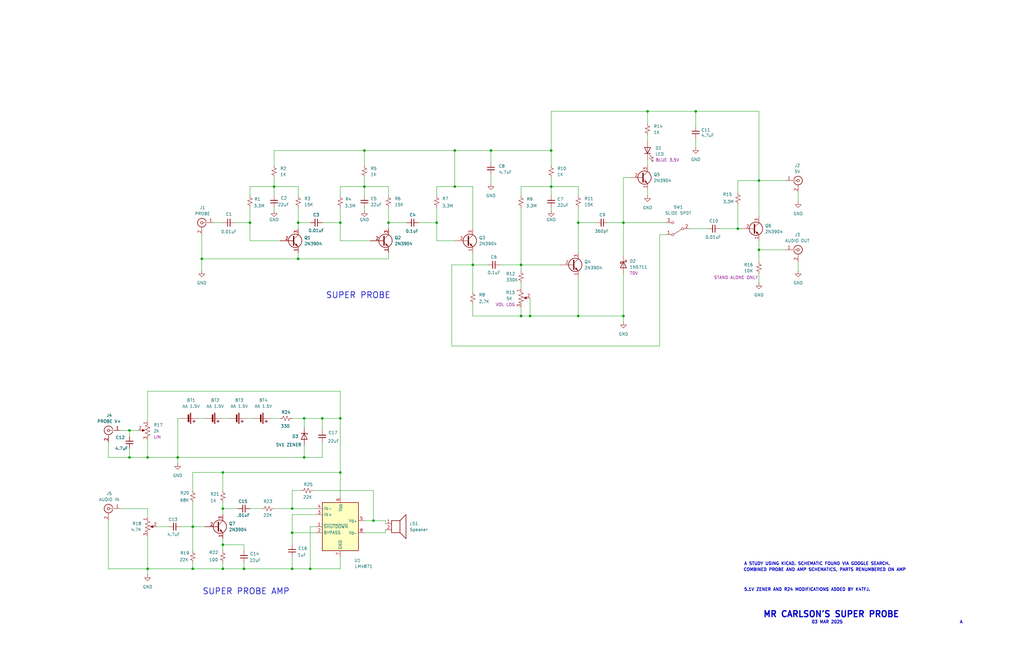
<source format=kicad_sch>
(kicad_sch (version 20231120) (generator "eeschema") (generator_version "8.0")
  (paper "B")
  (lib_symbols
    (symbol "Amplifier_Audio:TPA6203A1DGN"
      (property "Reference" "U" (at -7.62 11.43 0))
      (property "Value" "TPA6203A1DGN" (at 8.89 -11.43 0))
      (symbol "TPA6203A1DGN_0_1"
        (rectangle (start -7.62 10.16) (end 7.62 -10.16) (stroke (width 0.254)) (fill (type background)))
      )
      (symbol "TPA6203A1DGN_1_1"
        (pin input line (at -10.16 0 0) (length 2.54) (name "~{SHUTDOWN}") (number "1"))
        (pin input line (at -10.16 -2.54 0) (length 2.54) (name "BYPASS") (number "2"))
        (pin input line (at -10.16 5.08 0) (length 2.54) (name "IN+") (number "3"))
        (pin input line (at -10.16 7.62 0) (length 2.54) (name "IN-") (number "4"))
        (pin output line (at 10.16 2.54 180) (length 2.54) (name "V_{O+}") (number "5"))
        (pin power_in line (at 0 12.7 270) (length 2.54) (name "V_{DD}") (number "6"))
        (pin power_in line (at 0 -12.7 90) (length 2.54) (name "GND") (number "7"))
        (pin output line (at 10.16 -2.54 180) (length 2.54) (name "V_{O-}") (number "8"))
        (pin passive line (at 0 -12.7 90) (length 2.54) hide (name "GND") (number "9"))
      )
    )
    (symbol "Connector:Conn_Coaxial" (pin_names (offset 1.016) hide)
      (property "Reference" "J" (at 0.254 3.048 0))
      (property "Value" "Conn_Coaxial" (at 2.921 0 90))
      (symbol "Conn_Coaxial_0_1"
        (arc (start -1.778 -0.508) (mid 0.2311 -1.8066) (end 1.778 0) (stroke (width 0.254)))
        (polyline (pts (xy -2.54 0) (xy -0.508 0)))
        (polyline (pts (xy 0 -2.54) (xy 0 -1.778)))
        (circle (center 0 0) (radius 0.508) (stroke (width 0.2032)))
        (arc (start 1.778 0) (mid 0.2099 1.8101) (end -1.778 0.508) (stroke (width 0.254)))
      )
      (symbol "Conn_Coaxial_1_1"
        (pin passive line (at -5.08 0 0) (length 2.54) (name "In") (number "1"))
        (pin passive line (at 0 -5.08 90) (length 2.54) (name "Ext") (number "2"))
      )
    )
    (symbol "Device:Battery_Cell" (pin_numbers hide) (pin_names (offset 0) hide)
      (property "Reference" "BT" (at 2.54 2.54 0))
      (property "Value" "Battery_Cell" (at 2.54 0 0))
      (symbol "Battery_Cell_0_1"
        (rectangle (start -2.286 1.778) (end 2.286 1.524) (fill (type outline)))
        (rectangle (start -1.524 1.016) (end 1.524 0.508) (fill (type outline)))
        (polyline (pts (xy 0 0.762) (xy 0 0)))
        (polyline (pts (xy 0 1.778) (xy 0 2.54)))
        (polyline (pts (xy 0.762 3.048) (xy 1.778 3.048)) (stroke (width 0.254)))
        (polyline (pts (xy 1.27 3.556) (xy 1.27 2.54)) (stroke (width 0.254)))
      )
      (symbol "Battery_Cell_1_1"
        (pin passive line (at 0 5.08 270) (length 2.54) (name "+") (number "1"))
        (pin passive line (at 0 -2.54 90) (length 2.54) (name "-") (number "2"))
      )
    )
    (symbol "Device:C_Small" (pin_numbers hide) (pin_names (offset 0.254) hide)
      (property "Reference" "C" (at 0.254 1.778 0))
      (property "Value" "C_Small" (at 0.254 -2.032 0))
      (symbol "C_Small_0_1"
        (polyline (pts (xy -1.524 -0.508) (xy 1.524 -0.508)) (stroke (width 0.3302)))
        (polyline (pts (xy -1.524 0.508) (xy 1.524 0.508)) (stroke (width 0.3048)))
      )
      (symbol "C_Small_1_1"
        (pin passive line (at 0 2.54 270) (length 2.032) (name "~") (number "1"))
        (pin passive line (at 0 -2.54 90) (length 2.032) (name "~") (number "2"))
      )
    )
    (symbol "Device:LED" (pin_numbers hide) (pin_names (offset 1.016) hide)
      (property "Reference" "D" (at 0 2.54 0))
      (property "Value" "LED" (at 0 -2.54 0))
      (symbol "LED_0_1"
        (polyline (pts (xy -1.27 -1.27) (xy -1.27 1.27)) (stroke (width 0.254)))
        (polyline (pts (xy -1.27 0) (xy 1.27 0)))
        (polyline (pts (xy 1.27 -1.27) (xy 1.27 1.27) (xy -1.27 0) (xy 1.27 -1.27)) (stroke (width 0.254)))
        (polyline (pts (xy -3.048 -0.762) (xy -4.572 -2.286) (xy -3.81 -2.286) (xy -4.572 -2.286) (xy -4.572 -1.524)))
        (polyline (pts (xy -1.778 -0.762) (xy -3.302 -2.286) (xy -2.54 -2.286) (xy -3.302 -2.286) (xy -3.302 -1.524)))
      )
      (symbol "LED_1_1"
        (pin passive line (at -3.81 0 0) (length 2.54) (name "K") (number "1"))
        (pin passive line (at 3.81 0 180) (length 2.54) (name "A") (number "2"))
      )
    )
    (symbol "Device:R_Potentiometer_US" (pin_names (offset 1.016) hide)
      (property "Reference" "RV" (at -4.445 0 90))
      (property "Value" "R_Potentiometer_US" (at -2.54 0 90))
      (symbol "R_Potentiometer_US_0_1"
        (polyline (pts (xy 0 -2.286) (xy 0 -2.54)))
        (polyline (pts (xy 0 2.54) (xy 0 2.286)))
        (polyline (pts (xy 2.54 0) (xy 1.524 0)))
        (polyline (pts (xy 1.143 0) (xy 2.286 0.508) (xy 2.286 -0.508) (xy 1.143 0)) (fill (type outline)))
        (polyline (pts (xy 0 -0.762) (xy 1.016 -1.143) (xy 0 -1.524) (xy -1.016 -1.905) (xy 0 -2.286)))
        (polyline (pts (xy 0 0.762) (xy 1.016 0.381) (xy 0 0) (xy -1.016 -0.381) (xy 0 -0.762)))
        (polyline (pts (xy 0 2.286) (xy 1.016 1.905) (xy 0 1.524) (xy -1.016 1.143) (xy 0 0.762)))
      )
      (symbol "R_Potentiometer_US_1_1"
        (pin passive line (at 0 3.81 270) (length 1.27) (name "1") (number "1"))
        (pin passive line (at 3.81 0 180) (length 1.27) (name "2") (number "2"))
        (pin passive line (at 0 -3.81 90) (length 1.27) (name "3") (number "3"))
      )
    )
    (symbol "Device:R_Small_US" (pin_numbers hide) (pin_names (offset 0.254) hide)
      (property "Reference" "R" (at 0.762 0.508 0))
      (property "Value" "R_Small_US" (at 0.762 -1.016 0))
      (symbol "R_Small_US_1_1"
        (polyline (pts (xy 0 0) (xy 1.016 -0.381) (xy 0 -0.762) (xy -1.016 -1.143) (xy 0 -1.524)))
        (polyline (pts (xy 0 1.524) (xy 1.016 1.143) (xy 0 0.762) (xy -1.016 0.381) (xy 0 0)))
        (pin passive line (at 0 2.54 270) (length 1.016) (name "~") (number "1"))
        (pin passive line (at 0 -2.54 90) (length 1.016) (name "~") (number "2"))
      )
    )
    (symbol "Device:Speaker" (pin_names (offset 0) hide)
      (property "Reference" "LS" (at 1.27 5.715 0))
      (property "Value" "Speaker" (at 1.27 3.81 0))
      (symbol "Speaker_0_0"
        (rectangle (start -2.54 1.27) (end 1.016 -3.81) (stroke (width 0.254)))
        (polyline (pts (xy 1.016 1.27) (xy 3.556 3.81) (xy 3.556 -6.35) (xy 1.016 -3.81)) (stroke (width 0.254)))
      )
      (symbol "Speaker_1_1"
        (pin input line (at -5.08 0 0) (length 2.54) (name "1") (number "1"))
        (pin input line (at -5.08 -2.54 0) (length 2.54) (name "2") (number "2"))
      )
    )
    (symbol "Diode:1N5711" (pin_numbers hide) (pin_names (offset 1.016) hide)
      (property "Reference" "D" (at 0 2.54 0))
      (property "Value" "1N5711" (at 0 -2.54 0))
      (symbol "1N5711_0_1"
        (polyline (pts (xy 1.27 0) (xy -1.27 0)))
        (polyline (pts (xy 1.27 1.27) (xy 1.27 -1.27) (xy -1.27 0) (xy 1.27 1.27)) (stroke (width 0.254)))
        (polyline (pts (xy -1.905 0.635) (xy -1.905 1.27) (xy -1.27 1.27) (xy -1.27 -1.27) (xy -0.635 -1.27) (xy -0.635 -0.635)) (stroke (width 0.254)))
      )
      (symbol "1N5711_1_1"
        (pin passive line (at -3.81 0 0) (length 2.54) (name "K") (number "1"))
        (pin passive line (at 3.81 0 180) (length 2.54) (name "A") (number "2"))
      )
    )
    (symbol "Diode:BZV55B5V1" (pin_numbers hide) (pin_names hide)
      (property "Reference" "D" (at 0 2.54 0))
      (property "Value" "BZV55B5V1" (at 0 -2.54 0))
      (symbol "BZV55B5V1_0_1"
        (polyline (pts (xy 1.27 0) (xy -1.27 0)))
        (polyline (pts (xy -1.27 -1.27) (xy -1.27 1.27) (xy -0.762 1.27)) (stroke (width 0.254)))
        (polyline (pts (xy 1.27 -1.27) (xy 1.27 1.27) (xy -1.27 0) (xy 1.27 -1.27)) (stroke (width 0.254)))
      )
      (symbol "BZV55B5V1_1_1"
        (pin passive line (at -3.81 0 0) (length 2.54) (name "K") (number "1"))
        (pin passive line (at 3.81 0 180) (length 2.54) (name "A") (number "2"))
      )
    )
    (symbol "Switch:SW_SPDT" (pin_names (offset 0) hide)
      (property "Reference" "SW1" (at 0 -8.89 0))
      (property "Value" "SW_SPDT" (at 0 -6.35 0))
      (symbol "SW_SPDT_0_1"
        (circle (center -2.032 0) (radius 0.4572))
        (polyline (pts (xy -1.651 0.254) (xy 1.651 2.286)))
        (circle (center 2.032 -2.54) (radius 0.4572))
        (circle (center 2.032 2.54) (radius 0.4572))
      )
      (symbol "SW_SPDT_1_1"
        (pin passive line (at 5.08 2.54 180) (length 2.54) (name "A") (number "1"))
        (pin passive line (at -5.08 0 0) (length 2.54) (name "B") (number "2"))
        (pin passive line (at 5.08 -2.54 180) (length 2.54) (name "C") (number "3"))
      )
    )
    (symbol "Transistor_BJT:2N3904" (pin_names (offset 0) hide)
      (property "Reference" "Q" (at 5.08 1.905 0))
      (property "Value" "2N3904" (at 5.08 0 0))
      (symbol "2N3904_0_1"
        (polyline (pts (xy 0.635 0.635) (xy 2.54 2.54)))
        (polyline (pts (xy 0.635 -0.635) (xy 2.54 -2.54) (xy 2.54 -2.54)))
        (polyline (pts (xy 0.635 1.905) (xy 0.635 -1.905) (xy 0.635 -1.905)) (stroke (width 0.508)))
        (polyline (pts (xy 1.27 -1.778) (xy 1.778 -1.27) (xy 2.286 -2.286) (xy 1.27 -1.778) (xy 1.27 -1.778)) (fill (type outline)))
        (circle (center 1.27 0) (radius 2.8194) (stroke (width 0.254)))
      )
      (symbol "2N3904_1_1"
        (pin passive line (at 2.54 -5.08 90) (length 2.54) (name "E") (number "1"))
        (pin passive line (at -5.08 0 0) (length 5.715) (name "B") (number "2"))
        (pin passive line (at 2.54 5.08 270) (length 2.54) (name "C") (number "3"))
      )
    )
    (symbol "power:GND" (power) (pin_numbers hide) (pin_names (offset 0) hide)
      (property "Value" "GND" (at 0 -3.81 0))
      (symbol "GND_0_1"
        (polyline (pts (xy 0 0) (xy 0 -1.27) (xy 1.27 -1.27) (xy 0 -2.54) (xy -1.27 -1.27) (xy 0 -1.27)))
      )
      (symbol "GND_1_1"
        (pin power_in line (at 0 0 270) (length 0) (name "~") (number "1"))
      )
    )
  )
  (junction (at 143.51 93.98))
  (junction (at 85.09 109.22))
  (junction (at 135.89 176.53))
  (junction (at 207.01 63.5))
  (junction (at 128.27 176.53))
  (junction (at 232.41 78.74))
  (junction (at 130.81 240.03))
  (junction (at 105.41 93.98))
  (junction (at 219.71 111.76))
  (junction (at 93.98 214.63))
  (junction (at 74.93 193.04))
  (junction (at 184.15 93.98))
  (junction (at 293.37 46.99))
  (junction (at 320.04 76.2))
  (junction (at 311.15 96.52))
  (junction (at 219.71 133.35))
  (junction (at 123.19 214.63))
  (junction (at 102.87 240.03))
  (junction (at 81.28 222.25))
  (junction (at 223.52 133.35))
  (junction (at 157.48 219.71))
  (junction (at 243.84 93.98))
  (junction (at 143.51 199.39))
  (junction (at 273.05 46.99))
  (junction (at 54.61 181.61))
  (junction (at 62.23 240.03))
  (junction (at 243.84 133.35))
  (junction (at 232.41 63.5))
  (junction (at 115.57 78.74))
  (junction (at 163.83 93.98))
  (junction (at 199.39 111.76))
  (junction (at 81.28 240.03))
  (junction (at 320.04 105.41))
  (junction (at 191.77 63.5))
  (junction (at 123.19 240.03))
  (junction (at 143.51 176.53))
  (junction (at 128.27 193.04))
  (junction (at 262.89 133.35))
  (junction (at 125.73 109.22))
  (junction (at 93.98 229.87))
  (junction (at 93.98 199.39))
  (junction (at 123.19 224.79))
  (junction (at 54.61 193.04))
  (junction (at 153.67 63.5))
  (junction (at 93.98 240.03))
  (junction (at 191.77 78.74))
  (junction (at 125.73 93.98))
  (junction (at 62.23 193.04))
  (junction (at 153.67 78.74))
  (junction (at 262.89 93.98))
  (wire (pts (xy 320.04 76.2) (xy 320.04 46.99)))
  (wire (pts (xy 191.77 78.74) (xy 199.39 78.74)))
  (wire (pts (xy 153.67 69.85) (xy 153.67 63.5)))
  (wire (pts (xy 123.19 224.79) (xy 123.19 229.87)))
  (wire (pts (xy 133.35 222.25) (xy 130.81 222.25)))
  (wire (pts (xy 262.89 93.98) (xy 280.67 93.98)))
  (wire (pts (xy 232.41 63.5) (xy 207.01 63.5)))
  (wire (pts (xy 336.55 114.3) (xy 336.55 110.49)))
  (wire (pts (xy 76.2 176.53) (xy 74.93 176.53)))
  (wire (pts (xy 125.73 82.55) (xy 125.73 78.74)))
  (wire (pts (xy 93.98 229.87) (xy 93.98 232.41)))
  (wire (pts (xy 45.72 219.71) (xy 45.72 240.03)))
  (wire (pts (xy 153.67 224.79) (xy 162.56 224.79)))
  (wire (pts (xy 45.72 186.69) (xy 45.72 193.04)))
  (wire (pts (xy 163.83 82.55) (xy 163.83 78.74)))
  (wire (pts (xy 93.98 229.87) (xy 102.87 229.87)))
  (wire (pts (xy 184.15 101.6) (xy 184.15 93.98)))
  (wire (pts (xy 153.67 88.9) (xy 153.67 87.63)))
  (wire (pts (xy 62.23 240.03) (xy 62.23 242.57)))
  (wire (pts (xy 205.74 111.76) (xy 199.39 111.76)))
  (wire (pts (xy 273.05 46.99) (xy 273.05 52.07)))
  (wire (pts (xy 90.17 93.98) (xy 93.98 93.98)))
  (wire (pts (xy 273.05 67.31) (xy 273.05 69.85)))
  (wire (pts (xy 143.51 234.95) (xy 143.51 240.03)))
  (wire (pts (xy 102.87 237.49) (xy 102.87 240.03)))
  (wire (pts (xy 54.61 189.23) (xy 54.61 193.04)))
  (wire (pts (xy 153.67 78.74) (xy 153.67 82.55)))
  (wire (pts (xy 50.8 181.61) (xy 54.61 181.61)))
  (wire (pts (xy 219.71 82.55) (xy 219.71 78.74)))
  (wire (pts (xy 135.89 186.69) (xy 135.89 193.04)))
  (wire (pts (xy 62.23 226.06) (xy 62.23 240.03)))
  (wire (pts (xy 311.15 76.2) (xy 311.15 81.28)))
  (wire (pts (xy 232.41 78.74) (xy 232.41 82.55)))
  (wire (pts (xy 273.05 82.55) (xy 273.05 80.01)))
  (wire (pts (xy 293.37 58.42) (xy 293.37 62.23)))
  (wire (pts (xy 278.13 99.06) (xy 278.13 146.05)))
  (wire (pts (xy 105.41 87.63) (xy 105.41 93.98)))
  (wire (pts (xy 199.39 123.19) (xy 199.39 111.76)))
  (wire (pts (xy 81.28 222.25) (xy 86.36 222.25)))
  (wire (pts (xy 262.89 74.93) (xy 262.89 93.98)))
  (wire (pts (xy 123.19 207.01) (xy 123.19 214.63)))
  (wire (pts (xy 199.39 133.35) (xy 219.71 133.35)))
  (wire (pts (xy 96.52 176.53) (xy 93.98 176.53)))
  (wire (pts (xy 62.23 240.03) (xy 81.28 240.03)))
  (wire (pts (xy 62.23 193.04) (xy 74.93 193.04)))
  (wire (pts (xy 85.09 99.06) (xy 85.09 109.22)))
  (wire (pts (xy 123.19 217.17) (xy 133.35 217.17)))
  (wire (pts (xy 125.73 93.98) (xy 125.73 96.52)))
  (wire (pts (xy 184.15 87.63) (xy 184.15 93.98)))
  (wire (pts (xy 123.19 240.03) (xy 130.81 240.03)))
  (wire (pts (xy 62.23 193.04) (xy 54.61 193.04)))
  (wire (pts (xy 320.04 76.2) (xy 320.04 91.44)))
  (wire (pts (xy 143.51 87.63) (xy 143.51 93.98)))
  (wire (pts (xy 81.28 237.49) (xy 81.28 240.03)))
  (wire (pts (xy 128.27 187.96) (xy 128.27 193.04)))
  (wire (pts (xy 320.04 105.41) (xy 331.47 105.41)))
  (wire (pts (xy 85.09 109.22) (xy 85.09 114.3)))
  (wire (pts (xy 199.39 128.27) (xy 199.39 133.35)))
  (wire (pts (xy 162.56 224.79) (xy 162.56 223.52)))
  (wire (pts (xy 93.98 237.49) (xy 93.98 240.03)))
  (wire (pts (xy 123.19 214.63) (xy 133.35 214.63)))
  (wire (pts (xy 190.5 111.76) (xy 199.39 111.76)))
  (wire (pts (xy 54.61 181.61) (xy 54.61 184.15)))
  (wire (pts (xy 123.19 224.79) (xy 123.19 217.17)))
  (wire (pts (xy 105.41 93.98) (xy 105.41 101.6)))
  (wire (pts (xy 219.71 133.35) (xy 223.52 133.35)))
  (wire (pts (xy 207.01 73.66) (xy 207.01 77.47)))
  (wire (pts (xy 118.11 176.53) (xy 114.3 176.53)))
  (wire (pts (xy 219.71 114.3) (xy 219.71 111.76)))
  (wire (pts (xy 135.89 176.53) (xy 143.51 176.53)))
  (wire (pts (xy 162.56 219.71) (xy 162.56 220.98)))
  (wire (pts (xy 163.83 93.98) (xy 163.83 96.52)))
  (wire (pts (xy 130.81 222.25) (xy 130.81 240.03)))
  (wire (pts (xy 163.83 106.68) (xy 163.83 109.22)))
  (wire (pts (xy 93.98 214.63) (xy 100.33 214.63)))
  (wire (pts (xy 143.51 78.74) (xy 153.67 78.74)))
  (wire (pts (xy 45.72 240.03) (xy 62.23 240.03)))
  (wire (pts (xy 143.51 165.1) (xy 62.23 165.1)))
  (wire (pts (xy 123.19 234.95) (xy 123.19 240.03)))
  (wire (pts (xy 130.81 93.98) (xy 125.73 93.98)))
  (wire (pts (xy 71.12 222.25) (xy 66.04 222.25)))
  (wire (pts (xy 74.93 193.04) (xy 74.93 195.58)))
  (wire (pts (xy 210.82 111.76) (xy 219.71 111.76)))
  (wire (pts (xy 54.61 181.61) (xy 58.42 181.61)))
  (wire (pts (xy 278.13 146.05) (xy 190.5 146.05)))
  (wire (pts (xy 123.19 176.53) (xy 128.27 176.53)))
  (wire (pts (xy 115.57 78.74) (xy 115.57 82.55)))
  (wire (pts (xy 143.51 240.03) (xy 130.81 240.03)))
  (wire (pts (xy 311.15 96.52) (xy 303.53 96.52)))
  (wire (pts (xy 171.45 93.98) (xy 163.83 93.98)))
  (wire (pts (xy 153.67 219.71) (xy 157.48 219.71)))
  (wire (pts (xy 115.57 74.93) (xy 115.57 78.74)))
  (wire (pts (xy 243.84 116.84) (xy 243.84 133.35)))
  (wire (pts (xy 184.15 78.74) (xy 191.77 78.74)))
  (wire (pts (xy 184.15 82.55) (xy 184.15 78.74)))
  (wire (pts (xy 135.89 93.98) (xy 143.51 93.98)))
  (wire (pts (xy 86.36 176.53) (xy 83.82 176.53)))
  (wire (pts (xy 223.52 125.73) (xy 223.52 133.35)))
  (wire (pts (xy 74.93 176.53) (xy 74.93 193.04)))
  (wire (pts (xy 85.09 109.22) (xy 125.73 109.22)))
  (wire (pts (xy 273.05 46.99) (xy 232.41 46.99)))
  (wire (pts (xy 106.68 176.53) (xy 104.14 176.53)))
  (wire (pts (xy 102.87 232.41) (xy 102.87 229.87)))
  (wire (pts (xy 190.5 146.05) (xy 190.5 111.76)))
  (wire (pts (xy 123.19 224.79) (xy 133.35 224.79)))
  (wire (pts (xy 219.71 133.35) (xy 219.71 129.54)))
  (wire (pts (xy 105.41 82.55) (xy 105.41 78.74)))
  (wire (pts (xy 143.51 165.1) (xy 143.51 176.53)))
  (wire (pts (xy 157.48 207.01) (xy 157.48 219.71)))
  (wire (pts (xy 143.51 209.55) (xy 143.51 199.39)))
  (wire (pts (xy 232.41 74.93) (xy 232.41 78.74)))
  (wire (pts (xy 135.89 181.61) (xy 135.89 176.53)))
  (wire (pts (xy 143.51 176.53) (xy 143.51 199.39)))
  (wire (pts (xy 127 207.01) (xy 123.19 207.01)))
  (wire (pts (xy 81.28 240.03) (xy 93.98 240.03)))
  (wire (pts (xy 336.55 85.09) (xy 336.55 81.28)))
  (wire (pts (xy 93.98 212.09) (xy 93.98 214.63)))
  (wire (pts (xy 135.89 193.04) (xy 128.27 193.04)))
  (wire (pts (xy 125.73 109.22) (xy 125.73 106.68)))
  (wire (pts (xy 243.84 93.98) (xy 243.84 106.68)))
  (wire (pts (xy 320.04 76.2) (xy 331.47 76.2)))
  (wire (pts (xy 153.67 63.5) (xy 191.77 63.5)))
  (wire (pts (xy 199.39 78.74) (xy 199.39 96.52)))
  (wire (pts (xy 115.57 69.85) (xy 115.57 63.5)))
  (wire (pts (xy 115.57 88.9) (xy 115.57 87.63)))
  (wire (pts (xy 298.45 96.52) (xy 290.83 96.52)))
  (wire (pts (xy 45.72 193.04) (xy 54.61 193.04)))
  (wire (pts (xy 312.42 96.52) (xy 311.15 96.52)))
  (wire (pts (xy 184.15 101.6) (xy 191.77 101.6)))
  (wire (pts (xy 163.83 87.63) (xy 163.83 93.98)))
  (wire (pts (xy 293.37 53.34) (xy 293.37 46.99)))
  (wire (pts (xy 273.05 57.15) (xy 273.05 59.69)))
  (wire (pts (xy 320.04 76.2) (xy 311.15 76.2)))
  (wire (pts (xy 143.51 101.6) (xy 156.21 101.6)))
  (wire (pts (xy 311.15 86.36) (xy 311.15 96.52)))
  (wire (pts (xy 93.98 227.33) (xy 93.98 229.87)))
  (wire (pts (xy 243.84 82.55) (xy 243.84 78.74)))
  (wire (pts (xy 320.04 101.6) (xy 320.04 105.41)))
  (wire (pts (xy 191.77 63.5) (xy 191.77 78.74)))
  (wire (pts (xy 115.57 63.5) (xy 153.67 63.5)))
  (wire (pts (xy 62.23 165.1) (xy 62.23 177.8)))
  (wire (pts (xy 262.89 133.35) (xy 243.84 133.35)))
  (wire (pts (xy 320.04 105.41) (xy 320.04 110.49)))
  (wire (pts (xy 262.89 135.89) (xy 262.89 133.35)))
  (wire (pts (xy 293.37 46.99) (xy 273.05 46.99)))
  (wire (pts (xy 219.71 87.63) (xy 219.71 111.76)))
  (wire (pts (xy 128.27 176.53) (xy 135.89 176.53)))
  (wire (pts (xy 132.08 207.01) (xy 157.48 207.01)))
  (wire (pts (xy 115.57 214.63) (xy 123.19 214.63)))
  (wire (pts (xy 219.71 78.74) (xy 232.41 78.74)))
  (wire (pts (xy 81.28 199.39) (xy 93.98 199.39)))
  (wire (pts (xy 81.28 207.01) (xy 81.28 199.39)))
  (wire (pts (xy 93.98 214.63) (xy 93.98 217.17)))
  (wire (pts (xy 143.51 199.39) (xy 93.98 199.39)))
  (wire (pts (xy 320.04 119.38) (xy 320.04 115.57)))
  (wire (pts (xy 232.41 88.9) (xy 232.41 87.63)))
  (wire (pts (xy 76.2 222.25) (xy 81.28 222.25)))
  (wire (pts (xy 207.01 68.58) (xy 207.01 63.5)))
  (wire (pts (xy 143.51 82.55) (xy 143.51 78.74)))
  (wire (pts (xy 153.67 78.74) (xy 163.83 78.74)))
  (wire (pts (xy 243.84 87.63) (xy 243.84 93.98)))
  (wire (pts (xy 219.71 111.76) (xy 236.22 111.76)))
  (wire (pts (xy 232.41 46.99) (xy 232.41 63.5)))
  (wire (pts (xy 128.27 176.53) (xy 128.27 180.34)))
  (wire (pts (xy 256.54 93.98) (xy 262.89 93.98)))
  (wire (pts (xy 219.71 121.92) (xy 219.71 119.38)))
  (wire (pts (xy 153.67 74.93) (xy 153.67 78.74)))
  (wire (pts (xy 125.73 87.63) (xy 125.73 93.98)))
  (wire (pts (xy 50.8 214.63) (xy 62.23 214.63)))
  (wire (pts (xy 105.41 214.63) (xy 110.49 214.63)))
  (wire (pts (xy 199.39 106.68) (xy 199.39 111.76)))
  (wire (pts (xy 125.73 109.22) (xy 163.83 109.22)))
  (wire (pts (xy 81.28 222.25) (xy 81.28 232.41)))
  (wire (pts (xy 62.23 214.63) (xy 62.23 218.44)))
  (wire (pts (xy 232.41 69.85) (xy 232.41 63.5)))
  (wire (pts (xy 157.48 219.71) (xy 162.56 219.71)))
  (wire (pts (xy 262.89 93.98) (xy 262.89 107.95)))
  (wire (pts (xy 207.01 63.5) (xy 191.77 63.5)))
  (wire (pts (xy 105.41 78.74) (xy 115.57 78.74)))
  (wire (pts (xy 143.51 93.98) (xy 143.51 101.6)))
  (wire (pts (xy 123.19 240.03) (xy 102.87 240.03)))
  (wire (pts (xy 105.41 101.6) (xy 118.11 101.6)))
  (wire (pts (xy 176.53 93.98) (xy 184.15 93.98)))
  (wire (pts (xy 102.87 240.03) (xy 93.98 240.03)))
  (wire (pts (xy 262.89 74.93) (xy 265.43 74.93)))
  (wire (pts (xy 81.28 212.09) (xy 81.28 222.25)))
  (wire (pts (xy 223.52 133.35) (xy 243.84 133.35)))
  (wire (pts (xy 93.98 199.39) (xy 93.98 207.01)))
  (wire (pts (xy 293.37 46.99) (xy 320.04 46.99)))
  (wire (pts (xy 99.06 93.98) (xy 105.41 93.98)))
  (wire (pts (xy 128.27 193.04) (xy 74.93 193.04)))
  (wire (pts (xy 251.46 93.98) (xy 243.84 93.98)))
  (wire (pts (xy 62.23 185.42) (xy 62.23 193.04)))
  (wire (pts (xy 280.67 99.06) (xy 278.13 99.06)))
  (wire (pts (xy 232.41 78.74) (xy 243.84 78.74)))
  (wire (pts (xy 115.57 78.74) (xy 125.73 78.74)))
  (wire (pts (xy 262.89 115.57) (xy 262.89 133.35)))
  (text "A STUDY USING KICAD. SCHEMATIC FOUND VIA GOOGLE SEARCH." (at 313.69 237.998 0) (effects (font (size 1.27 1.27) (thickness 0.254) (bold yes)) (justify left)))
  (text "COMBINED PROBE AND AMP SCHEMATICS, PARTS RENUMBERED ON AMP" (at 313.436 240.538 0) (effects (font (size 1.27 1.27) (thickness 0.254) (bold yes)) (justify left)))
  (text "SUPER PROBE AMP" (at 85.344 249.682 0) (effects (font (size 2.54 2.54) (thickness 0.254) (bold yes)) (justify left)))
  (text "A\n" (at 404.622 262.636 0) (effects (font (size 1.27 1.27) (thickness 0.254) (bold yes)) (justify left)))
  (text "5.1V ZENER AND R24 MODIFICATIONS ADDED BY K4TFJ.\n" (at 313.69 248.92 0) (effects (font (size 1.27 1.27) (thickness 0.254) (bold yes)) (justify left)))
  (text "SUPER PROBE" (at 137.414 124.714 0) (effects (font (size 2.54 2.54) (thickness 0.254) (bold yes)) (justify left)))
  (text "03 MAR 2025" (at 342.138 262.636 0) (effects (font (size 1.27 1.27) (thickness 0.254) (bold yes)) (justify left)))
  (text "MR CARLSON'S SUPER PROBE" (at 350.52 259.334 0) (effects (font (size 2.54 2.54) (thickness 0.508) (bold yes))))
  (symbol (lib_id "Transistor_BJT:2N3904") (at 196.85 101.6 0) (unit 1)
    (property "Reference" "Q3" (at 201.93 100.3299 0) (effects (justify left)))
    (property "Value" "2N3904" (at 201.93 102.8699 0) (effects (justify left)))
    (property "Footprint" "Package_TO_SOT_THT:TO-92_Inline" (effects (hide yes)))
    (property "Datasheet" "https://www.onsemi.com/pub/Collateral/2N3903-D.PDF" (effects (hide yes)))
    (property "Description" "0.2A Ic, 40V Vce, Small Signal NPN Transistor, TO-92" (effects (hide yes)))
  )
  (symbol (lib_id "Device:R_Small_US") (at 219.71 85.09 0) (unit 1)
    (property "Reference" "R9" (at 221.996 84.074 0) (effects (justify left)))
    (property "Value" "3.3M" (at 221.742 86.868 0) (effects (justify left)))
    (property "Description" "Resistor, small US symbol" (effects (hide yes)))
  )
  (symbol (lib_id "Amplifier_Audio:TPA6203A1DGN") (at 143.51 222.25 0) (unit 1)
    (property "Reference" "U1" (at 149.352 236.474 0) (effects (justify left)))
    (property "Value" "LM4871" (at 149.606 239.014 0) (effects (justify left)))
    (property "Footprint" "Package_SO:MSOP-8-1EP_3x3mm_P0.65mm_EP1.95x2.15mm_ThermalVias" (effects (hide yes)))
    (property "Datasheet" "https://www.ti.com/lit/ds/symlink/tpa6203a1.pdf" (effects (hide yes)))
    (property "Description" "1.25W, Mono, Differential Audio Amplifier, MSOP-8" (effects (hide yes)))
  )
  (symbol (lib_id "Transistor_BJT:2N3904") (at 91.44 222.25 0) (unit 1)
    (property "Reference" "Q7" (at 96.52 220.9799 0) (effects (justify left)))
    (property "Value" "2N3904" (at 96.52 223.5199 0) (effects (justify left)))
    (property "Footprint" "Package_TO_SOT_THT:TO-92_Inline" (effects (hide yes)))
    (property "Datasheet" "https://www.onsemi.com/pub/Collateral/2N3903-D.PDF" (effects (hide yes)))
    (property "Description" "0.2A Ic, 40V Vce, Small Signal NPN Transistor, TO-92" (effects (hide yes)))
  )
  (symbol (lib_id "Device:R_Potentiometer_US") (at 62.23 222.25 0) (unit 1)
    (property "Reference" "R18" (at 59.69 220.9799 0) (effects (justify right)))
    (property "Value" "4.7K" (at 59.69 223.5199 0) (effects (justify right)))
    (property "Description" "Potentiometer, US symbol" (effects (hide yes)))
  )
  (symbol (lib_id "Transistor_BJT:2N3904") (at 123.19 101.6 0) (unit 1)
    (property "Reference" "Q1" (at 128.27 100.3299 0) (effects (justify left)))
    (property "Value" "2N3904" (at 128.27 102.8699 0) (effects (justify left)))
    (property "Footprint" "Package_TO_SOT_THT:TO-92_Inline" (effects (hide yes)))
    (property "Datasheet" "https://www.onsemi.com/pub/Collateral/2N3903-D.PDF" (effects (hide yes)))
    (property "Description" "0.2A Ic, 40V Vce, Small Signal NPN Transistor, TO-92" (effects (hide yes)))
  )
  (symbol (lib_id "Device:R_Small_US") (at 199.39 125.73 0) (unit 1)
    (property "Reference" "R8" (at 201.93 124.46 0) (effects (justify left)))
    (property "Value" "2.7K" (at 201.93 127.254 0) (effects (justify left)))
    (property "Description" "Resistor, small US symbol" (effects (hide yes)))
  )
  (symbol (lib_id "Device:C_Small") (at 96.52 93.98 90) (unit 1)
    (property "Reference" "C1" (at 96.52 90.424 90))
    (property "Value" "0.01uF" (at 96.52 97.79 90))
    (property "Description" "Unpolarized capacitor, small symbol" (effects (hide yes)))
  )
  (symbol (lib_id "Device:R_Small_US") (at 113.03 214.63 270) (unit 1)
    (property "Reference" "R23" (at 110.998 211.582 90) (effects (justify left)))
    (property "Value" "22K" (at 110.998 217.424 90) (effects (justify left)))
    (property "Description" "Resistor, small US symbol" (effects (hide yes)))
  )
  (symbol (lib_id "Connector:Conn_Coaxial") (at 336.55 105.41 0) (unit 1)
    (property "Reference" "J3" (at 336.2326 99.06 0))
    (property "Value" "AUDIO OUT" (at 336.2326 101.6 0))
    (property "Description" "coaxial connector (BNC, SMA, SMB, SMC, Cinch/RCA, LEMO, ...)" (effects (hide yes)))
  )
  (symbol (lib_id "power:GND") (at 207.01 77.47 0) (unit 1)
    (property "Reference" "#PWR06" (effects (hide yes)))
    (property "Value" "GND" (at 207.01 82.55 0))
    (property "Description" "Power symbol creates a global label with name \"GND\" , ground" (effects (hide yes)))
  )
  (symbol (lib_id "Transistor_BJT:2N3904") (at 317.5 96.52 0) (unit 1)
    (property "Reference" "Q6" (at 322.58 95.2499 0) (effects (justify left)))
    (property "Value" "2N3904" (at 322.58 97.7899 0) (effects (justify left)))
    (property "Footprint" "Package_TO_SOT_THT:TO-92_Inline" (effects (hide yes)))
    (property "Datasheet" "https://www.onsemi.com/pub/Collateral/2N3903-D.PDF" (effects (hide yes)))
    (property "Description" "0.2A Ic, 40V Vce, Small Signal NPN Transistor, TO-92" (effects (hide yes)))
  )
  (symbol (lib_id "Diode:BZV55B5V1") (at 128.27 184.15 270) (unit 1)
    (property "Reference" "D3" (at 123.19 184.15 90) (effects (justify left)))
    (property "Value" "5V1 ZENER" (at 116.332 187.706 90) (effects (justify left)))
    (property "Footprint" "Diode_SMD:D_MiniMELF" (effects (hide yes)))
    (property "Datasheet" "https://assets.nexperia.com/documents/data-sheet/BZV55_SER.pdf" (effects (hide yes)))
    (property "Description" "5.1V, 500mW, 2%, Zener diode, MiniMELF" (effects (hide yes)))
  )
  (symbol (lib_id "Device:C_Small") (at 115.57 85.09 180) (unit 1)
    (property "Reference" "C2" (at 118.364 83.566 0) (effects (justify right)))
    (property "Value" "22uF" (at 117.094 86.36 0) (effects (justify right)))
    (property "Description" "Unpolarized capacitor, small symbol" (effects (hide yes)))
  )
  (symbol (lib_id "Device:C_Small") (at 208.28 111.76 270) (unit 1)
    (property "Reference" "C6" (at 208.28 108.458 90))
    (property "Value" "0.1uF" (at 208.28 115.062 90))
    (property "Description" "Unpolarized capacitor, small symbol" (effects (hide yes)))
  )
  (symbol (lib_id "Device:Battery_Cell") (at 109.22 176.53 270) (unit 1)
    (property "Reference" "BT4" (at 111.0615 168.91 90))
    (property "Value" "AA 1.5V" (at 111.0615 171.45 90))
    (property "Description" "Single-cell battery" (effects (hide yes)))
  )
  (symbol (lib_id "Device:R_Small_US") (at 93.98 234.95 0) (unit 1)
    (property "Reference" "R22" (at 88.138 233.172 0) (effects (justify left)))
    (property "Value" "100" (at 88.138 236.22 0) (effects (justify left)))
    (property "Description" "Resistor, small US symbol" (effects (hide yes)))
  )
  (symbol (lib_id "power:GND") (at 273.05 82.55 0) (unit 1)
    (property "Reference" "#PWR012" (effects (hide yes)))
    (property "Value" "GND" (at 273.05 87.63 0))
    (property "Description" "Power symbol creates a global label with name \"GND\" , ground" (effects (hide yes)))
  )
  (symbol (lib_id "Device:C_Small") (at 102.87 214.63 270) (unit 1)
    (property "Reference" "C15" (at 104.394 211.582 90) (effects (justify right)))
    (property "Value" ".01uF" (at 105.41 217.424 90) (effects (justify right)))
    (property "Description" "Unpolarized capacitor, small symbol" (effects (hide yes)))
  )
  (symbol (lib_id "Transistor_BJT:2N3904") (at 241.3 111.76 0) (unit 1)
    (property "Reference" "Q4" (at 246.38 110.4899 0) (effects (justify left)))
    (property "Value" "2N3904" (at 246.38 113.0299 0) (effects (justify left)))
    (property "Footprint" "Package_TO_SOT_THT:TO-92_Inline" (effects (hide yes)))
    (property "Datasheet" "https://www.onsemi.com/pub/Collateral/2N3903-D.PDF" (effects (hide yes)))
    (property "Description" "0.2A Ic, 40V Vce, Small Signal NPN Transistor, TO-92" (effects (hide yes)))
  )
  (symbol (lib_id "Device:R_Small_US") (at 320.04 113.03 0) (unit 1)
    (property "Reference" "R16" (at 313.69 111.76 0) (effects (justify left)))
    (property "Value" "10K" (at 313.69 114.3 0) (effects (justify left)))
    (property "Description" "Resistor, small US symbol" (effects (hide yes)))
    (property "Field5" "STAND ALONE ONLY" (at 310.388 117.094 0))
  )
  (symbol (lib_id "power:GND") (at 320.04 119.38 0) (unit 1)
    (property "Reference" "#PWR013" (effects (hide yes)))
    (property "Value" "GND" (at 320.04 124.46 0))
    (property "Description" "Power symbol creates a global label with name \"GND\" , ground" (effects (hide yes)))
  )
  (symbol (lib_id "Device:C_Small") (at 153.67 85.09 180) (unit 1)
    (property "Reference" "C5" (at 156.21 83.82 0) (effects (justify right)))
    (property "Value" "22uF" (at 156.21 86.36 0) (effects (justify right)))
    (property "Description" "Unpolarized capacitor, small symbol" (effects (hide yes)))
  )
  (symbol (lib_id "Device:R_Small_US") (at 105.41 85.09 0) (unit 1)
    (property "Reference" "R1" (at 107.188 84.074 0) (effects (justify left)))
    (property "Value" "3.3M" (at 106.934 86.868 0) (effects (justify left)))
    (property "Description" "Resistor, small US symbol" (effects (hide yes)))
  )
  (symbol (lib_id "Device:R_Small_US") (at 153.67 72.39 0) (unit 1)
    (property "Reference" "R5" (at 156.21 71.1199 0) (effects (justify left)))
    (property "Value" "1K" (at 156.21 73.6599 0) (effects (justify left)))
    (property "Description" "Resistor, small US symbol" (effects (hide yes)))
  )
  (symbol (lib_id "power:GND") (at 262.89 135.89 0) (unit 1)
    (property "Reference" "#PWR09" (effects (hide yes)))
    (property "Value" "GND" (at 262.89 140.97 0))
    (property "Description" "Power symbol creates a global label with name \"GND\" , ground" (effects (hide yes)))
  )
  (symbol (lib_id "Device:R_Small_US") (at 143.51 85.09 0) (unit 1)
    (property "Reference" "R4" (at 145.542 84.074 0) (effects (justify left)))
    (property "Value" "3.3M" (at 145.288 86.868 0) (effects (justify left)))
    (property "Description" "Resistor, small US symbol" (effects (hide yes)))
  )
  (symbol (lib_id "Device:R_Small_US") (at 115.57 72.39 0) (unit 1)
    (property "Reference" "R2" (at 118.11 71.1199 0) (effects (justify left)))
    (property "Value" "1K" (at 118.11 73.6599 0) (effects (justify left)))
    (property "Description" "Resistor, small US symbol" (effects (hide yes)))
  )
  (symbol (lib_id "power:GND") (at 336.55 114.3 0) (unit 1)
    (property "Reference" "#PWR04" (effects (hide yes)))
    (property "Value" "GND" (at 336.55 119.38 0))
    (property "Description" "Power symbol creates a global label with name \"GND\" , ground" (effects (hide yes)))
  )
  (symbol (lib_id "Connector:Conn_Coaxial") (at 45.72 181.61 0) (mirror y) (unit 1)
    (property "Reference" "J4" (at 46.0374 175.26 0))
    (property "Value" "PROBE V+" (at 46.0374 177.8 0))
    (property "Description" "coaxial connector (BNC, SMA, SMB, SMC, Cinch/RCA, LEMO, ...)" (effects (hide yes)))
  )
  (symbol (lib_id "Device:C_Small") (at 232.41 85.09 180) (unit 1)
    (property "Reference" "C7" (at 234.95 84.074 0) (effects (justify right)))
    (property "Value" "22uF" (at 234.95 86.614 0) (effects (justify right)))
    (property "Description" "Unpolarized capacitor, small symbol" (effects (hide yes)))
  )
  (symbol (lib_id "Device:Battery_Cell") (at 99.06 176.53 270) (unit 1)
    (property "Reference" "BT3" (at 100.9015 168.91 90))
    (property "Value" "AA 1.5V" (at 100.9015 171.45 90))
    (property "Description" "Single-cell battery" (effects (hide yes)))
  )
  (symbol (lib_id "Device:R_Small_US") (at 120.65 176.53 270) (unit 1)
    (property "Reference" "R24" (at 118.618 173.99 90) (effects (justify left)))
    (property "Value" "330" (at 118.364 179.832 90) (effects (justify left)))
    (property "Description" "Resistor, small US symbol" (effects (hide yes)))
  )
  (symbol (lib_id "Transistor_BJT:2N3904") (at 270.51 74.93 0) (unit 1)
    (property "Reference" "Q5" (at 275.59 73.6599 0) (effects (justify left)))
    (property "Value" "2N3904" (at 275.59 76.1999 0) (effects (justify left)))
    (property "Footprint" "Package_TO_SOT_THT:TO-92_Inline" (effects (hide yes)))
    (property "Datasheet" "https://www.onsemi.com/pub/Collateral/2N3903-D.PDF" (effects (hide yes)))
    (property "Description" "0.2A Ic, 40V Vce, Small Signal NPN Transistor, TO-92" (effects (hide yes)))
  )
  (symbol (lib_id "Device:R_Small_US") (at 93.98 209.55 0) (unit 1)
    (property "Reference" "R21" (at 88.646 208.534 0) (effects (justify left)))
    (property "Value" "1K" (at 88.646 211.328 0) (effects (justify left)))
    (property "Description" "Resistor, small US symbol" (effects (hide yes)))
  )
  (symbol (lib_id "Device:R_Small_US") (at 232.41 72.39 0) (unit 1)
    (property "Reference" "R10" (at 234.95 71.1199 0) (effects (justify left)))
    (property "Value" "1K" (at 234.95 73.6599 0) (effects (justify left)))
    (property "Description" "Resistor, small US symbol" (effects (hide yes)))
  )
  (symbol (lib_id "Device:C_Small") (at 102.87 234.95 180) (unit 1)
    (property "Reference" "C14" (at 105.41 233.68 0) (effects (justify right)))
    (property "Value" "22uF" (at 105.156 236.474 0) (effects (justify right)))
    (property "Description" "Unpolarized capacitor, small symbol" (effects (hide yes)))
  )
  (symbol (lib_id "Device:Battery_Cell") (at 78.74 176.53 270) (unit 1)
    (property "Reference" "BT1" (at 80.5815 168.91 90))
    (property "Value" "AA 1.5V" (at 80.5815 171.45 90))
    (property "Description" "Single-cell battery" (effects (hide yes)))
  )
  (symbol (lib_id "Device:R_Potentiometer_US") (at 219.71 125.73 0) (unit 1)
    (property "Reference" "R13" (at 217.17 123.444 0) (effects (justify right)))
    (property "Value" "5K" (at 216.154 125.984 0) (effects (justify right)))
    (property "Description" "Potentiometer, US symbol" (effects (hide yes)))
    (property "Field5" "VOL LOG" (at 213.106 128.524 0))
  )
  (symbol (lib_id "Connector:Conn_Coaxial") (at 85.09 93.98 0) (mirror y) (unit 1)
    (property "Reference" "J1" (at 85.4074 87.63 0))
    (property "Value" "PROBE" (at 85.4074 90.17 0))
    (property "Description" "coaxial connector (BNC, SMA, SMB, SMC, Cinch/RCA, LEMO, ...)" (effects (hide yes)))
  )
  (symbol (lib_id "Device:Speaker") (at 167.64 220.98 0) (unit 1)
    (property "Reference" "LS1" (at 172.72 220.9799 0) (effects (justify left)))
    (property "Value" "Speaker" (at 172.72 223.5199 0) (effects (justify left)))
    (property "Description" "Speaker" (effects (hide yes)))
  )
  (symbol (lib_id "power:GND") (at 293.37 62.23 0) (unit 1)
    (property "Reference" "#PWR014" (effects (hide yes)))
    (property "Value" "GND" (at 293.37 67.31 0))
    (property "Description" "Power symbol creates a global label with name \"GND\" , ground" (effects (hide yes)))
  )
  (symbol (lib_id "Device:C_Small") (at 207.01 71.12 0) (unit 1)
    (property "Reference" "C8" (at 211.582 70.104 0))
    (property "Value" "4.7uF" (at 213.106 72.644 0))
    (property "Description" "Unpolarized capacitor, small symbol" (effects (hide yes)))
  )
  (symbol (lib_id "Device:C_Small") (at 293.37 55.88 180) (unit 1)
    (property "Reference" "C11" (at 295.656 54.864 0) (effects (justify right)))
    (property "Value" "4.7uF" (at 295.656 57.15 0) (effects (justify right)))
    (property "Description" "Unpolarized capacitor, small symbol" (effects (hide yes)))
  )
  (symbol (lib_id "Device:R_Small_US") (at 125.73 85.09 0) (unit 1)
    (property "Reference" "R3" (at 128.27 83.8199 0) (effects (justify left)))
    (property "Value" "15K" (at 128.27 86.3599 0) (effects (justify left)))
    (property "Description" "Resistor, small US symbol" (effects (hide yes)))
  )
  (symbol (lib_id "Switch:SW_SPDT") (at 285.75 96.52 180) (unit 1)
    (property "Reference" "SW1" (at 286.004 87.376 0))
    (property "Value" "SLIDE SPDT" (at 286.004 89.916 0))
    (property "Description" "Switch, single pole double throw" (effects (hide yes)))
  )
  (symbol (lib_id "Device:C_Small") (at 173.99 93.98 270) (unit 1)
    (property "Reference" "C4" (at 173.99 90.678 90))
    (property "Value" "0.1uF" (at 173.736 97.536 90))
    (property "Description" "Unpolarized capacitor, small symbol" (effects (hide yes)))
  )
  (symbol (lib_id "Transistor_BJT:2N3904") (at 161.29 101.6 0) (unit 1)
    (property "Reference" "Q2" (at 166.37 100.3299 0) (effects (justify left)))
    (property "Value" "2N3904" (at 166.37 102.8699 0) (effects (justify left)))
    (property "Footprint" "Package_TO_SOT_THT:TO-92_Inline" (effects (hide yes)))
    (property "Datasheet" "https://www.onsemi.com/pub/Collateral/2N3903-D.PDF" (effects (hide yes)))
    (property "Description" "0.2A Ic, 40V Vce, Small Signal NPN Transistor, TO-92" (effects (hide yes)))
  )
  (symbol (lib_id "Device:R_Small_US") (at 129.54 207.01 270) (unit 1)
    (property "Reference" "R25" (at 128.016 204.47 90) (effects (justify left)))
    (property "Value" "22K" (at 127.762 209.804 90) (effects (justify left)))
    (property "Description" "Resistor, small US symbol" (effects (hide yes)))
  )
  (symbol (lib_id "Device:R_Small_US") (at 81.28 209.55 0) (unit 1)
    (property "Reference" "R20" (at 75.946 208.026 0) (effects (justify left)))
    (property "Value" "68K" (at 75.946 211.074 0) (effects (justify left)))
    (property "Description" "Resistor, small US symbol" (effects (hide yes)))
  )
  (symbol (lib_id "Device:R_Potentiometer_US") (at 62.23 181.61 0) (mirror y) (unit 1)
    (property "Reference" "R17" (at 64.77 179.324 0) (effects (justify right)))
    (property "Value" "2k" (at 64.77 181.864 0) (effects (justify right)))
    (property "Description" "Potentiometer, US symbol" (effects (hide yes)))
    (property "Field5" "LIN" (at 66.294 184.4041 0))
  )
  (symbol (lib_id "Device:R_Small_US") (at 184.15 85.09 0) (unit 1)
    (property "Reference" "R7" (at 186.436 83.82 0) (effects (justify left)))
    (property "Value" "3.3M" (at 186.436 86.868 0) (effects (justify left)))
    (property "Description" "Resistor, small US symbol" (effects (hide yes)))
  )
  (symbol (lib_id "Device:Battery_Cell") (at 88.9 176.53 270) (unit 1)
    (property "Reference" "BT2" (at 90.7415 168.91 90))
    (property "Value" "AA 1.5V" (at 90.7415 171.45 90))
    (property "Description" "Single-cell battery" (effects (hide yes)))
  )
  (symbol (lib_id "Diode:1N5711") (at 262.89 111.76 270) (unit 1)
    (property "Reference" "D2" (at 265.43 110.1724 90) (effects (justify left)))
    (property "Value" "1N5711" (at 265.43 112.7124 90) (effects (justify left)))
    (property "Footprint" "Diode_THT:D_DO-35_SOD27_P7.62mm_Horizontal" (effects (hide yes)))
    (property "Datasheet" "https://www.microsemi.com/document-portal/doc_download/8865-lds-0040-datasheet" (effects (hide yes)))
    (property "Description" "70V 33mA Schottky diode, DO-35" (effects (hide yes)))
    (property "Field5" "70V" (at 267.208 115.316 90))
  )
  (symbol (lib_id "Device:R_Small_US") (at 163.83 85.09 0) (unit 1)
    (property "Reference" "R6" (at 166.37 83.8199 0) (effects (justify left)))
    (property "Value" "15K" (at 166.37 86.3599 0) (effects (justify left)))
    (property "Description" "Resistor, small US symbol" (effects (hide yes)))
  )
  (symbol (lib_id "power:GND") (at 74.93 195.58 0) (unit 1)
    (property "Reference" "#PWR022" (effects (hide yes)))
    (property "Value" "GND" (at 74.93 200.66 0))
    (property "Description" "Power symbol creates a global label with name \"GND\" , ground" (effects (hide yes)))
  )
  (symbol (lib_id "power:GND") (at 232.41 88.9 0) (unit 1)
    (property "Reference" "#PWR07" (effects (hide yes)))
    (property "Value" "GND" (at 232.41 92.71 0))
    (property "Description" "Power symbol creates a global label with name \"GND\" , ground" (effects (hide yes)))
  )
  (symbol (lib_id "Connector:Conn_Coaxial") (at 45.72 214.63 0) (mirror y) (unit 1)
    (property "Reference" "J5" (at 46.0374 208.28 0))
    (property "Value" "AUDIO IN" (at 46.0374 210.82 0))
    (property "Description" "coaxial connector (BNC, SMA, SMB, SMC, Cinch/RCA, LEMO, ...)" (effects (hide yes)))
  )
  (symbol (lib_id "Device:R_Small_US") (at 81.28 234.95 0) (unit 1)
    (property "Reference" "R19" (at 75.946 233.426 0) (effects (justify left)))
    (property "Value" "22K" (at 75.692 236.22 0) (effects (justify left)))
    (property "Description" "Resistor, small US symbol" (effects (hide yes)))
  )
  (symbol (lib_id "power:GND") (at 62.23 242.57 0) (unit 1)
    (property "Reference" "#PWR019" (effects (hide yes)))
    (property "Value" "GND" (at 62.23 247.65 0))
    (property "Description" "Power symbol creates a global label with name \"GND\" , ground" (effects (hide yes)))
  )
  (symbol (lib_id "Device:C_Small") (at 133.35 93.98 270) (unit 1)
    (property "Reference" "C3" (at 133.35 90.678 90))
    (property "Value" "0.01uF" (at 133.35 97.282 90))
    (property "Description" "Unpolarized capacitor, small symbol" (effects (hide yes)))
  )
  (symbol (lib_id "Device:C_Small") (at 254 93.98 270) (unit 1)
    (property "Reference" "C9" (at 254 90.678 90))
    (property "Value" "360pF" (at 253.746 97.536 90))
    (property "Description" "Unpolarized capacitor, small symbol" (effects (hide yes)))
  )
  (symbol (lib_id "Device:C_Small") (at 300.99 96.52 270) (unit 1)
    (property "Reference" "C10" (at 300.99 93.218 90))
    (property "Value" "0.01uF" (at 300.736 100.076 90))
    (property "Description" "Unpolarized capacitor, small symbol" (effects (hide yes)))
  )
  (symbol (lib_id "Device:R_Small_US") (at 273.05 54.61 0) (unit 1)
    (property "Reference" "R14" (at 275.59 53.3399 0) (effects (justify left)))
    (property "Value" "1K" (at 275.59 55.8799 0) (effects (justify left)))
    (property "Description" "Resistor, small US symbol" (effects (hide yes)))
  )
  (symbol (lib_id "Device:C_Small") (at 135.89 184.15 180) (unit 1)
    (property "Reference" "C17" (at 138.43 182.626 0) (effects (justify right)))
    (property "Value" "22uF" (at 138.176 186.182 0) (effects (justify right)))
    (property "Description" "Unpolarized capacitor, small symbol" (effects (hide yes)))
  )
  (symbol (lib_id "power:GND") (at 115.57 88.9 0) (unit 1)
    (property "Reference" "#PWR02" (effects (hide yes)))
    (property "Value" "GND" (at 115.57 92.71 0))
    (property "Description" "Power symbol creates a global label with name \"GND\" , ground" (effects (hide yes)))
  )
  (symbol (lib_id "Device:R_Small_US") (at 311.15 83.82 0) (unit 1)
    (property "Reference" "R15" (at 304.8 82.042 0) (effects (justify left)))
    (property "Value" "3.3M" (at 304.8 85.09 0) (effects (justify left)))
    (property "Description" "Resistor, small US symbol" (effects (hide yes)))
  )
  (symbol (lib_id "Device:C_Small") (at 54.61 186.69 180) (unit 1)
    (property "Reference" "C12" (at 48.768 184.658 0) (effects (justify right)))
    (property "Value" "4.7uF" (at 48.514 189.23 0) (effects (justify right)))
    (property "Description" "Unpolarized capacitor, small symbol" (effects (hide yes)))
  )
  (symbol (lib_id "Connector:Conn_Coaxial") (at 336.55 76.2 0) (unit 1)
    (property "Reference" "J2" (at 336.2326 69.85 0))
    (property "Value" "5V" (at 336.2326 72.39 0))
    (property "Description" "coaxial connector (BNC, SMA, SMB, SMC, Cinch/RCA, LEMO, ...)" (effects (hide yes)))
  )
  (symbol (lib_id "Device:C_Small") (at 73.66 222.25 270) (unit 1)
    (property "Reference" "C13" (at 74.93 219.202 90) (effects (justify right)))
    (property "Value" "4.7uF" (at 75.946 225.552 90) (effects (justify right)))
    (property "Description" "Unpolarized capacitor, small symbol" (effects (hide yes)))
  )
  (symbol (lib_id "power:GND") (at 153.67 88.9 0) (unit 1)
    (property "Reference" "#PWR03" (effects (hide yes)))
    (property "Value" "GND" (at 153.67 92.71 0))
    (property "Description" "Power symbol creates a global label with name \"GND\" , ground" (effects (hide yes)))
  )
  (symbol (lib_id "power:GND") (at 85.09 114.3 0) (unit 1)
    (property "Reference" "#PWR010" (effects (hide yes)))
    (property "Value" "GND" (at 85.09 119.38 0))
    (property "Description" "Power symbol creates a global label with name \"GND\" , ground" (effects (hide yes)))
  )
  (symbol (lib_id "Device:LED") (at 273.05 63.5 90) (unit 1)
    (property "Reference" "D1" (at 276.352 62.484 90) (effects (justify right)))
    (property "Value" "LED" (at 276.352 65.024 90) (effects (justify right)))
    (property "Description" "Light emitting diode" (effects (hide yes)))
    (property "Field5" "BLUE 3.5V" (at 281.432 67.5006 90))
  )
  (symbol (lib_id "Device:C_Small") (at 123.19 232.41 180) (unit 1)
    (property "Reference" "C16" (at 125.73 231.394 0) (effects (justify right)))
    (property "Value" "1uF" (at 125.476 234.188 0) (effects (justify right)))
    (property "Description" "Unpolarized capacitor, small symbol" (effects (hide yes)))
  )
  (symbol (lib_id "Device:R_Small_US") (at 243.84 85.09 0) (unit 1)
    (property "Reference" "R11" (at 246.38 83.8199 0) (effects (justify left)))
    (property "Value" "15K" (at 246.38 86.3599 0) (effects (justify left)))
    (property "Description" "Resistor, small US symbol" (effects (hide yes)))
  )
  (symbol (lib_id "Device:R_Small_US") (at 219.71 116.84 0) (unit 1)
    (property "Reference" "R12" (at 213.36 115.57 0) (effects (justify left)))
    (property "Value" "330K" (at 213.36 118.11 0) (effects (justify left)))
    (property "Description" "Resistor, small US symbol" (effects (hide yes)))
  )
  (symbol (lib_id "power:GND") (at 336.55 85.09 0) (unit 1)
    (property "Reference" "#PWR05" (effects (hide yes)))
    (property "Value" "GND" (at 336.55 90.17 0))
    (property "Description" "Power symbol creates a global label with name \"GND\" , ground" (effects (hide yes)))
  )
)
</source>
